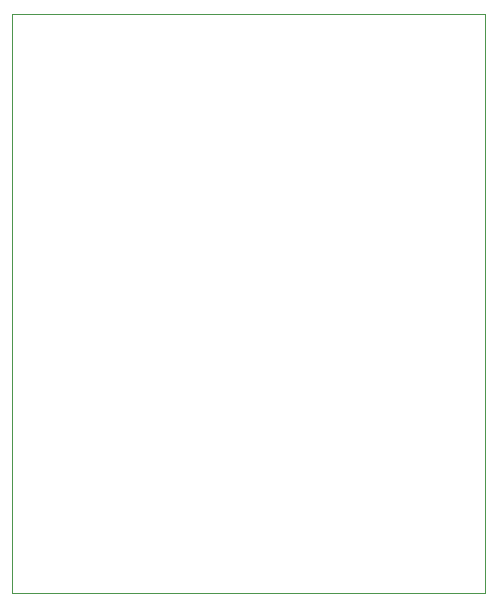
<source format=gbr>
%TF.GenerationSoftware,KiCad,Pcbnew,9.0.2*%
%TF.CreationDate,2025-07-07T19:43:34+05:30*%
%TF.ProjectId,Atmega328p_based,41746d65-6761-4333-9238-705f62617365,rev?*%
%TF.SameCoordinates,Original*%
%TF.FileFunction,Profile,NP*%
%FSLAX46Y46*%
G04 Gerber Fmt 4.6, Leading zero omitted, Abs format (unit mm)*
G04 Created by KiCad (PCBNEW 9.0.2) date 2025-07-07 19:43:34*
%MOMM*%
%LPD*%
G01*
G04 APERTURE LIST*
%TA.AperFunction,Profile*%
%ADD10C,0.050000*%
%TD*%
G04 APERTURE END LIST*
D10*
X129000000Y-62000000D02*
X169000000Y-62000000D01*
X169000000Y-111000000D01*
X129000000Y-111000000D01*
X129000000Y-62000000D01*
M02*

</source>
